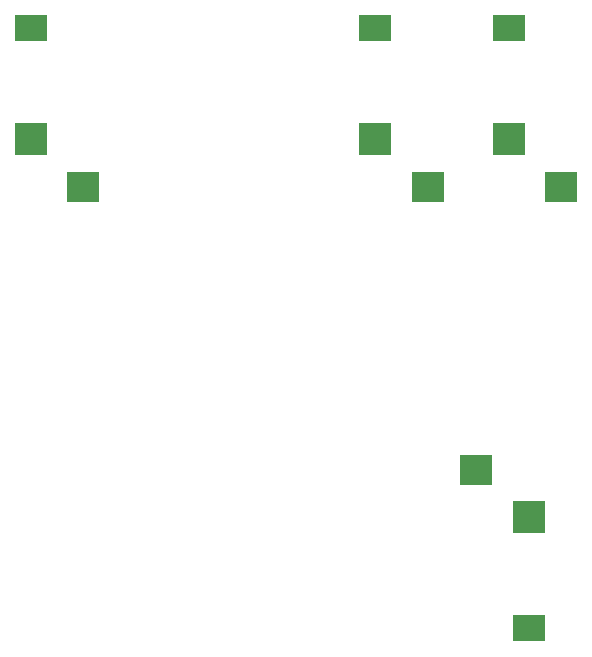
<source format=gbr>
G04 #@! TF.GenerationSoftware,KiCad,Pcbnew,(5.0.1)-rc2*
G04 #@! TF.CreationDate,2019-02-27T00:02:04-05:00*
G04 #@! TF.ProjectId,ladder_filter,6C61646465725F66696C7465722E6B69,rev?*
G04 #@! TF.SameCoordinates,Original*
G04 #@! TF.FileFunction,Paste,Top*
G04 #@! TF.FilePolarity,Positive*
%FSLAX46Y46*%
G04 Gerber Fmt 4.6, Leading zero omitted, Abs format (unit mm)*
G04 Created by KiCad (PCBNEW (5.0.1)-rc2) date 2/27/2019 12:02:04 AM*
%MOMM*%
%LPD*%
G01*
G04 APERTURE LIST*
%ADD10R,2.800000X2.600000*%
%ADD11R,2.800000X2.800000*%
%ADD12R,2.800000X2.200000*%
G04 APERTURE END LIST*
D10*
G04 #@! TO.C,J1*
X155029600Y-48377200D03*
D11*
X150579600Y-44377200D03*
D12*
X150579600Y-34977200D03*
G04 #@! TD*
G04 #@! TO.C,J2*
X179738800Y-34977200D03*
D11*
X179738800Y-44377200D03*
D10*
X184188800Y-48377200D03*
G04 #@! TD*
G04 #@! TO.C,J3*
X188327600Y-72374400D03*
D11*
X192777600Y-76374400D03*
D12*
X192777600Y-85774400D03*
G04 #@! TD*
G04 #@! TO.C,J4*
X191067200Y-34977200D03*
D11*
X191067200Y-44377200D03*
D10*
X195517200Y-48377200D03*
G04 #@! TD*
M02*

</source>
